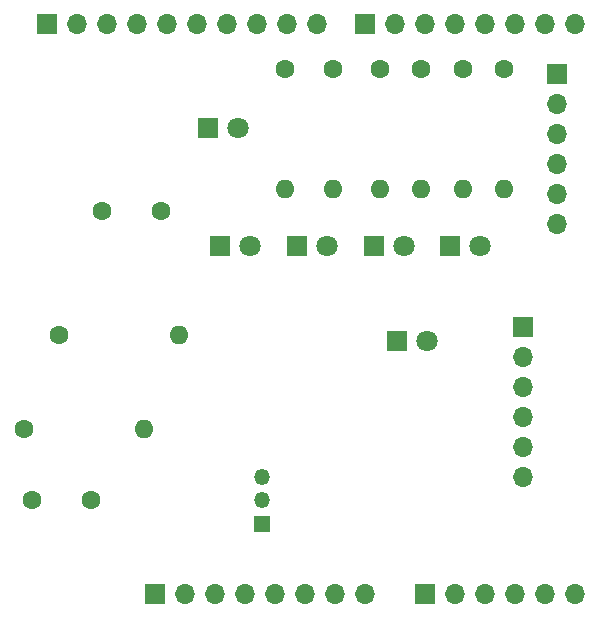
<source format=gbr>
%TF.GenerationSoftware,KiCad,Pcbnew,8.0.8*%
%TF.CreationDate,2025-03-12T21:02:30-06:00*%
%TF.ProjectId,PhaseD,50686173-6544-42e6-9b69-6361645f7063,rev?*%
%TF.SameCoordinates,Original*%
%TF.FileFunction,Soldermask,Bot*%
%TF.FilePolarity,Negative*%
%FSLAX46Y46*%
G04 Gerber Fmt 4.6, Leading zero omitted, Abs format (unit mm)*
G04 Created by KiCad (PCBNEW 8.0.8) date 2025-03-12 21:02:30*
%MOMM*%
%LPD*%
G01*
G04 APERTURE LIST*
%ADD10R,1.700000X1.700000*%
%ADD11O,1.700000X1.700000*%
%ADD12R,1.800000X1.800000*%
%ADD13C,1.800000*%
%ADD14C,1.600000*%
%ADD15O,1.600000X1.600000*%
%ADD16R,1.350000X1.350000*%
%ADD17O,1.350000X1.350000*%
G04 APERTURE END LIST*
D10*
%TO.C,J1*%
X127940000Y-97460000D03*
D11*
X130480000Y-97460000D03*
X133020000Y-97460000D03*
X135560000Y-97460000D03*
X138100000Y-97460000D03*
X140640000Y-97460000D03*
X143180000Y-97460000D03*
X145720000Y-97460000D03*
%TD*%
D10*
%TO.C,J3*%
X150800000Y-97460000D03*
D11*
X153340000Y-97460000D03*
X155880000Y-97460000D03*
X158420000Y-97460000D03*
X160960000Y-97460000D03*
X163500000Y-97460000D03*
%TD*%
D10*
%TO.C,J2*%
X118796000Y-49200000D03*
D11*
X121336000Y-49200000D03*
X123876000Y-49200000D03*
X126416000Y-49200000D03*
X128956000Y-49200000D03*
X131496000Y-49200000D03*
X134036000Y-49200000D03*
X136576000Y-49200000D03*
X139116000Y-49200000D03*
X141656000Y-49200000D03*
%TD*%
D10*
%TO.C,J4*%
X145720000Y-49200000D03*
D11*
X148260000Y-49200000D03*
X150800000Y-49200000D03*
X153340000Y-49200000D03*
X155880000Y-49200000D03*
X158420000Y-49200000D03*
X160960000Y-49200000D03*
X163500000Y-49200000D03*
%TD*%
D12*
%TO.C,D2*%
X148460000Y-76000000D03*
D13*
X151000000Y-76000000D03*
%TD*%
D14*
%TO.C,R1*%
X157500000Y-53000000D03*
D15*
X157500000Y-63160000D03*
%TD*%
D14*
%TO.C,C2*%
X117500000Y-89500000D03*
X122500000Y-89500000D03*
%TD*%
%TO.C,R6*%
X139000000Y-53000000D03*
D15*
X139000000Y-63160000D03*
%TD*%
D14*
%TO.C,R2*%
X154000000Y-53000000D03*
D15*
X154000000Y-63160000D03*
%TD*%
D12*
%TO.C,D1*%
X152960000Y-68000000D03*
D13*
X155500000Y-68000000D03*
%TD*%
D14*
%TO.C,R7*%
X116840000Y-83500000D03*
D15*
X127000000Y-83500000D03*
%TD*%
D16*
%TO.C,J7*%
X137000000Y-91500000D03*
D17*
X137000000Y-89500000D03*
X137000000Y-87500000D03*
%TD*%
D10*
%TO.C,J5*%
X162000000Y-53420000D03*
D11*
X162000000Y-55960000D03*
X162000000Y-58500000D03*
X162000000Y-61040000D03*
X162000000Y-63580000D03*
X162000000Y-66120000D03*
%TD*%
D14*
%TO.C,R3*%
X150500000Y-53000000D03*
D15*
X150500000Y-63160000D03*
%TD*%
D14*
%TO.C,C1*%
X123500000Y-65000000D03*
X128500000Y-65000000D03*
%TD*%
D12*
%TO.C,D5*%
X133460000Y-68000000D03*
D13*
X136000000Y-68000000D03*
%TD*%
D12*
%TO.C,D3*%
X146460000Y-68000000D03*
D13*
X149000000Y-68000000D03*
%TD*%
D14*
%TO.C,R5*%
X143000000Y-53000000D03*
D15*
X143000000Y-63160000D03*
%TD*%
D12*
%TO.C,D6*%
X132460000Y-58000000D03*
D13*
X135000000Y-58000000D03*
%TD*%
D12*
%TO.C,D4*%
X139960000Y-68000000D03*
D13*
X142500000Y-68000000D03*
%TD*%
D14*
%TO.C,R4*%
X147000000Y-53000000D03*
D15*
X147000000Y-63160000D03*
%TD*%
D14*
%TO.C,R8*%
X119840000Y-75500000D03*
D15*
X130000000Y-75500000D03*
%TD*%
D10*
%TO.C,J6*%
X159110000Y-74800000D03*
D11*
X159110000Y-77340000D03*
X159110000Y-79880000D03*
X159110000Y-82420000D03*
X159110000Y-84960000D03*
X159110000Y-87500000D03*
%TD*%
M02*

</source>
